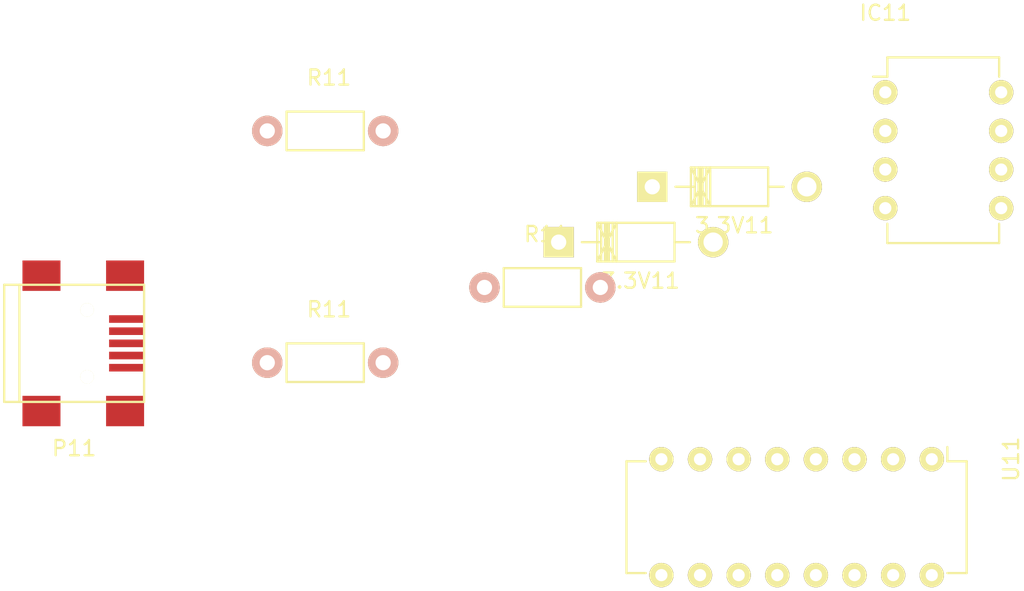
<source format=kicad_pcb>
(kicad_pcb (version 4) (host pcbnew 4.0.2-stable)

  (general
    (links 23)
    (no_connects 17)
    (area 0 0 0 0)
    (thickness 1.6)
    (drawings 0)
    (tracks 0)
    (zones 0)
    (modules 8)
    (nets 21)
  )

  (page A4)
  (layers
    (0 F.Cu signal)
    (31 B.Cu signal)
    (32 B.Adhes user)
    (33 F.Adhes user)
    (34 B.Paste user)
    (35 F.Paste user)
    (36 B.SilkS user)
    (37 F.SilkS user)
    (38 B.Mask user)
    (39 F.Mask user)
    (40 Dwgs.User user)
    (41 Cmts.User user)
    (42 Eco1.User user)
    (43 Eco2.User user)
    (44 Edge.Cuts user)
    (45 Margin user)
    (46 B.CrtYd user)
    (47 F.CrtYd user)
    (48 B.Fab user)
    (49 F.Fab user)
  )

  (setup
    (last_trace_width 0.25)
    (trace_clearance 0.2)
    (zone_clearance 0.508)
    (zone_45_only no)
    (trace_min 0.2)
    (segment_width 0.2)
    (edge_width 0.15)
    (via_size 0.6)
    (via_drill 0.4)
    (via_min_size 0.4)
    (via_min_drill 0.3)
    (uvia_size 0.3)
    (uvia_drill 0.1)
    (uvias_allowed no)
    (uvia_min_size 0.2)
    (uvia_min_drill 0.1)
    (pcb_text_width 0.3)
    (pcb_text_size 1.5 1.5)
    (mod_edge_width 0.15)
    (mod_text_size 1 1)
    (mod_text_width 0.15)
    (pad_size 1.524 1.524)
    (pad_drill 0.762)
    (pad_to_mask_clearance 0.2)
    (aux_axis_origin 0 0)
    (visible_elements FFFFFF7F)
    (pcbplotparams
      (layerselection 0x00030_80000001)
      (usegerberextensions false)
      (excludeedgelayer true)
      (linewidth 0.100000)
      (plotframeref false)
      (viasonmask false)
      (mode 1)
      (useauxorigin false)
      (hpglpennumber 1)
      (hpglpenspeed 20)
      (hpglpendiameter 15)
      (hpglpenoverlay 2)
      (psnegative false)
      (psa4output false)
      (plotreference true)
      (plotvalue true)
      (plotinvisibletext false)
      (padsonsilk false)
      (subtractmaskfromsilk false)
      (outputformat 1)
      (mirror false)
      (drillshape 1)
      (scaleselection 1)
      (outputdirectory ""))
  )

  (net 0 "")
  (net 1 GND)
  (net 2 "Net-(3.3V1-Pad1)")
  (net 3 "Net-(3.3V2-Pad1)")
  (net 4 D-)
  (net 5 D+)
  (net 6 "Net-(IC1-Pad3)")
  (net 7 "Net-(IC1-Pad5)")
  (net 8 "Net-(IC1-Pad6)")
  (net 9 /MULTIPLEXED_ANALOG_PIN)
  (net 10 VCC)
  (net 11 "Net-(P1-Pad4)")
  (net 12 "Net-(P1-Pad6)")
  (net 13 "Net-(U1-Pad1)")
  (net 14 "Net-(U1-Pad2)")
  (net 15 "Net-(U1-Pad4)")
  (net 16 "Net-(U1-Pad5)")
  (net 17 "Net-(U1-Pad12)")
  (net 18 "Net-(U1-Pad13)")
  (net 19 "Net-(U1-Pad14)")
  (net 20 "Net-(U1-Pad15)")

  (net_class Default "This is the default net class."
    (clearance 0.2)
    (trace_width 0.25)
    (via_dia 0.6)
    (via_drill 0.4)
    (uvia_dia 0.3)
    (uvia_drill 0.1)
    (add_net /MULTIPLEXED_ANALOG_PIN)
    (add_net D+)
    (add_net D-)
    (add_net GND)
    (add_net "Net-(3.3V1-Pad1)")
    (add_net "Net-(3.3V2-Pad1)")
    (add_net "Net-(IC1-Pad3)")
    (add_net "Net-(IC1-Pad5)")
    (add_net "Net-(IC1-Pad6)")
    (add_net "Net-(P1-Pad4)")
    (add_net "Net-(P1-Pad6)")
    (add_net "Net-(U1-Pad1)")
    (add_net "Net-(U1-Pad12)")
    (add_net "Net-(U1-Pad13)")
    (add_net "Net-(U1-Pad14)")
    (add_net "Net-(U1-Pad15)")
    (add_net "Net-(U1-Pad2)")
    (add_net "Net-(U1-Pad4)")
    (add_net "Net-(U1-Pad5)")
    (add_net VCC)
  )

  (module Diodes_ThroughHole:Diode_DO-41_SOD81_Horizontal_RM10 (layer F.Cu) (tedit 552FFCCE) (tstamp 56F43226)
    (at 144.890248 101.297716)
    (descr "Diode, DO-41, SOD81, Horizontal, RM 10mm,")
    (tags "Diode, DO-41, SOD81, Horizontal, RM 10mm, 1N4007, SB140,")
    (path /56F41A77)
    (fp_text reference 3.3V11 (at 5.38734 2.53746) (layer F.SilkS)
      (effects (font (size 1 1) (thickness 0.15)))
    )
    (fp_text value ZENERsmall (at 4.37134 -3.55854) (layer F.Fab)
      (effects (font (size 1 1) (thickness 0.15)))
    )
    (fp_line (start 7.62 -0.00254) (end 8.636 -0.00254) (layer F.SilkS) (width 0.15))
    (fp_line (start 2.794 -0.00254) (end 1.524 -0.00254) (layer F.SilkS) (width 0.15))
    (fp_line (start 3.048 -1.27254) (end 3.048 1.26746) (layer F.SilkS) (width 0.15))
    (fp_line (start 3.302 -1.27254) (end 3.302 1.26746) (layer F.SilkS) (width 0.15))
    (fp_line (start 3.556 -1.27254) (end 3.556 1.26746) (layer F.SilkS) (width 0.15))
    (fp_line (start 2.794 -1.27254) (end 2.794 1.26746) (layer F.SilkS) (width 0.15))
    (fp_line (start 3.81 -1.27254) (end 2.54 1.26746) (layer F.SilkS) (width 0.15))
    (fp_line (start 2.54 -1.27254) (end 3.81 1.26746) (layer F.SilkS) (width 0.15))
    (fp_line (start 3.81 -1.27254) (end 3.81 1.26746) (layer F.SilkS) (width 0.15))
    (fp_line (start 3.175 -1.27254) (end 3.175 1.26746) (layer F.SilkS) (width 0.15))
    (fp_line (start 2.54 1.26746) (end 2.54 -1.27254) (layer F.SilkS) (width 0.15))
    (fp_line (start 2.54 -1.27254) (end 7.62 -1.27254) (layer F.SilkS) (width 0.15))
    (fp_line (start 7.62 -1.27254) (end 7.62 1.26746) (layer F.SilkS) (width 0.15))
    (fp_line (start 7.62 1.26746) (end 2.54 1.26746) (layer F.SilkS) (width 0.15))
    (pad 2 thru_hole circle (at 10.16 -0.00254 180) (size 1.99898 1.99898) (drill 1.27) (layers *.Cu *.Mask F.SilkS)
      (net 1 GND))
    (pad 1 thru_hole rect (at 0 -0.00254 180) (size 1.99898 1.99898) (drill 1.00076) (layers *.Cu *.Mask F.SilkS)
      (net 2 "Net-(3.3V1-Pad1)"))
  )

  (module Diodes_ThroughHole:Diode_DO-41_SOD81_Horizontal_RM10 (layer F.Cu) (tedit 552FFCCE) (tstamp 56F4323A)
    (at 151.0481 97.656628)
    (descr "Diode, DO-41, SOD81, Horizontal, RM 10mm,")
    (tags "Diode, DO-41, SOD81, Horizontal, RM 10mm, 1N4007, SB140,")
    (path /56F419BD)
    (fp_text reference 3.3V11 (at 5.38734 2.53746) (layer F.SilkS)
      (effects (font (size 1 1) (thickness 0.15)))
    )
    (fp_text value ZENERsmall (at 4.37134 -3.55854) (layer F.Fab)
      (effects (font (size 1 1) (thickness 0.15)))
    )
    (fp_line (start 7.62 -0.00254) (end 8.636 -0.00254) (layer F.SilkS) (width 0.15))
    (fp_line (start 2.794 -0.00254) (end 1.524 -0.00254) (layer F.SilkS) (width 0.15))
    (fp_line (start 3.048 -1.27254) (end 3.048 1.26746) (layer F.SilkS) (width 0.15))
    (fp_line (start 3.302 -1.27254) (end 3.302 1.26746) (layer F.SilkS) (width 0.15))
    (fp_line (start 3.556 -1.27254) (end 3.556 1.26746) (layer F.SilkS) (width 0.15))
    (fp_line (start 2.794 -1.27254) (end 2.794 1.26746) (layer F.SilkS) (width 0.15))
    (fp_line (start 3.81 -1.27254) (end 2.54 1.26746) (layer F.SilkS) (width 0.15))
    (fp_line (start 2.54 -1.27254) (end 3.81 1.26746) (layer F.SilkS) (width 0.15))
    (fp_line (start 3.81 -1.27254) (end 3.81 1.26746) (layer F.SilkS) (width 0.15))
    (fp_line (start 3.175 -1.27254) (end 3.175 1.26746) (layer F.SilkS) (width 0.15))
    (fp_line (start 2.54 1.26746) (end 2.54 -1.27254) (layer F.SilkS) (width 0.15))
    (fp_line (start 2.54 -1.27254) (end 7.62 -1.27254) (layer F.SilkS) (width 0.15))
    (fp_line (start 7.62 -1.27254) (end 7.62 1.26746) (layer F.SilkS) (width 0.15))
    (fp_line (start 7.62 1.26746) (end 2.54 1.26746) (layer F.SilkS) (width 0.15))
    (pad 2 thru_hole circle (at 10.16 -0.00254 180) (size 1.99898 1.99898) (drill 1.27) (layers *.Cu *.Mask F.SilkS)
      (net 1 GND))
    (pad 1 thru_hole rect (at 0 -0.00254 180) (size 1.99898 1.99898) (drill 1.00076) (layers *.Cu *.Mask F.SilkS)
      (net 3 "Net-(3.3V2-Pad1)"))
  )

  (module Housings_DIP:DIP-8_W7.62mm (layer F.Cu) (tedit 54130A77) (tstamp 56F43251)
    (at 166.369994 91.44)
    (descr "8-lead dip package, row spacing 7.62 mm (300 mils)")
    (tags "dil dip 2.54 300")
    (path /56F412F2)
    (fp_text reference IC11 (at 0 -5.22) (layer F.SilkS)
      (effects (font (size 1 1) (thickness 0.15)))
    )
    (fp_text value ATTINY85-P (at 0 -3.72) (layer F.Fab)
      (effects (font (size 1 1) (thickness 0.15)))
    )
    (fp_line (start -1.05 -2.45) (end -1.05 10.1) (layer F.CrtYd) (width 0.05))
    (fp_line (start 8.65 -2.45) (end 8.65 10.1) (layer F.CrtYd) (width 0.05))
    (fp_line (start -1.05 -2.45) (end 8.65 -2.45) (layer F.CrtYd) (width 0.05))
    (fp_line (start -1.05 10.1) (end 8.65 10.1) (layer F.CrtYd) (width 0.05))
    (fp_line (start 0.135 -2.295) (end 0.135 -1.025) (layer F.SilkS) (width 0.15))
    (fp_line (start 7.485 -2.295) (end 7.485 -1.025) (layer F.SilkS) (width 0.15))
    (fp_line (start 7.485 9.915) (end 7.485 8.645) (layer F.SilkS) (width 0.15))
    (fp_line (start 0.135 9.915) (end 0.135 8.645) (layer F.SilkS) (width 0.15))
    (fp_line (start 0.135 -2.295) (end 7.485 -2.295) (layer F.SilkS) (width 0.15))
    (fp_line (start 0.135 9.915) (end 7.485 9.915) (layer F.SilkS) (width 0.15))
    (fp_line (start 0.135 -1.025) (end -0.8 -1.025) (layer F.SilkS) (width 0.15))
    (pad 1 thru_hole oval (at 0 0) (size 1.6 1.6) (drill 0.8) (layers *.Cu *.Mask F.SilkS)
      (net 4 D-))
    (pad 2 thru_hole oval (at 0 2.54) (size 1.6 1.6) (drill 0.8) (layers *.Cu *.Mask F.SilkS)
      (net 5 D+))
    (pad 3 thru_hole oval (at 0 5.08) (size 1.6 1.6) (drill 0.8) (layers *.Cu *.Mask F.SilkS)
      (net 6 "Net-(IC1-Pad3)"))
    (pad 4 thru_hole oval (at 0 7.62) (size 1.6 1.6) (drill 0.8) (layers *.Cu *.Mask F.SilkS)
      (net 1 GND))
    (pad 5 thru_hole oval (at 7.62 7.62) (size 1.6 1.6) (drill 0.8) (layers *.Cu *.Mask F.SilkS)
      (net 7 "Net-(IC1-Pad5)"))
    (pad 6 thru_hole oval (at 7.62 5.08) (size 1.6 1.6) (drill 0.8) (layers *.Cu *.Mask F.SilkS)
      (net 8 "Net-(IC1-Pad6)"))
    (pad 7 thru_hole oval (at 7.62 2.54) (size 1.6 1.6) (drill 0.8) (layers *.Cu *.Mask F.SilkS)
      (net 9 /MULTIPLEXED_ANALOG_PIN))
    (pad 8 thru_hole oval (at 7.62 0) (size 1.6 1.6) (drill 0.8) (layers *.Cu *.Mask F.SilkS)
      (net 10 VCC))
    (model Housings_DIP.3dshapes/DIP-8_W7.62mm.wrl
      (at (xyz 0 0 0))
      (scale (xyz 1 1 1))
      (rotate (xyz 0 0 0))
    )
  )

  (module Connect:USB_Mini-B (layer F.Cu) (tedit 5543E571) (tstamp 56F43269)
    (at 113.03 107.95)
    (descr "USB Mini-B 5-pin SMD connector")
    (tags "USB USB_B USB_Mini connector")
    (path /56F44F0E)
    (attr smd)
    (fp_text reference P11 (at 0 6.90118) (layer F.SilkS)
      (effects (font (size 1 1) (thickness 0.15)))
    )
    (fp_text value USB_OTG (at 0 -7.0993) (layer F.Fab)
      (effects (font (size 1 1) (thickness 0.15)))
    )
    (fp_line (start -4.85 -5.7) (end 4.85 -5.7) (layer F.CrtYd) (width 0.05))
    (fp_line (start 4.85 -5.7) (end 4.85 5.7) (layer F.CrtYd) (width 0.05))
    (fp_line (start 4.85 5.7) (end -4.85 5.7) (layer F.CrtYd) (width 0.05))
    (fp_line (start -4.85 5.7) (end -4.85 -5.7) (layer F.CrtYd) (width 0.05))
    (fp_line (start -3.59918 -3.85064) (end -3.59918 3.85064) (layer F.SilkS) (width 0.15))
    (fp_line (start -4.59994 -3.85064) (end -4.59994 3.85064) (layer F.SilkS) (width 0.15))
    (fp_line (start -4.59994 3.85064) (end 4.59994 3.85064) (layer F.SilkS) (width 0.15))
    (fp_line (start 4.59994 3.85064) (end 4.59994 -3.85064) (layer F.SilkS) (width 0.15))
    (fp_line (start 4.59994 -3.85064) (end -4.59994 -3.85064) (layer F.SilkS) (width 0.15))
    (pad 1 smd rect (at 3.44932 -1.6002) (size 2.30124 0.50038) (layers F.Cu F.Paste F.Mask)
      (net 10 VCC))
    (pad 2 smd rect (at 3.44932 -0.8001) (size 2.30124 0.50038) (layers F.Cu F.Paste F.Mask)
      (net 2 "Net-(3.3V1-Pad1)"))
    (pad 3 smd rect (at 3.44932 0) (size 2.30124 0.50038) (layers F.Cu F.Paste F.Mask)
      (net 3 "Net-(3.3V2-Pad1)"))
    (pad 4 smd rect (at 3.44932 0.8001) (size 2.30124 0.50038) (layers F.Cu F.Paste F.Mask)
      (net 11 "Net-(P1-Pad4)"))
    (pad 5 smd rect (at 3.44932 1.6002) (size 2.30124 0.50038) (layers F.Cu F.Paste F.Mask)
      (net 1 GND))
    (pad 6 smd rect (at 3.35026 -4.45008) (size 2.49936 1.99898) (layers F.Cu F.Paste F.Mask)
      (net 12 "Net-(P1-Pad6)"))
    (pad 6 smd rect (at -2.14884 -4.45008) (size 2.49936 1.99898) (layers F.Cu F.Paste F.Mask)
      (net 12 "Net-(P1-Pad6)"))
    (pad 6 smd rect (at 3.35026 4.45008) (size 2.49936 1.99898) (layers F.Cu F.Paste F.Mask)
      (net 12 "Net-(P1-Pad6)"))
    (pad 6 smd rect (at -2.14884 4.45008) (size 2.49936 1.99898) (layers F.Cu F.Paste F.Mask)
      (net 12 "Net-(P1-Pad6)"))
    (pad "" np_thru_hole circle (at 0.8509 -2.19964) (size 0.89916 0.89916) (drill 0.89916) (layers *.Cu *.Mask F.SilkS))
    (pad "" np_thru_hole circle (at 0.8509 2.19964) (size 0.89916 0.89916) (drill 0.89916) (layers *.Cu *.Mask F.SilkS))
  )

  (module Resistors_ThroughHole:Resistor_Horizontal_RM7mm (layer F.Cu) (tedit 569FCF07) (tstamp 56F43277)
    (at 125.73 109.22)
    (descr "Resistor, Axial,  RM 7.62mm, 1/3W,")
    (tags "Resistor Axial RM 7.62mm 1/3W R3")
    (path /56F418D0)
    (fp_text reference R11 (at 4.05892 -3.50012) (layer F.SilkS)
      (effects (font (size 1 1) (thickness 0.15)))
    )
    (fp_text value R1K5 (at 3.81 3.81 90) (layer F.Fab)
      (effects (font (size 1 1) (thickness 0.15)))
    )
    (fp_line (start -1.25 -1.5) (end 8.85 -1.5) (layer F.CrtYd) (width 0.05))
    (fp_line (start -1.25 1.5) (end -1.25 -1.5) (layer F.CrtYd) (width 0.05))
    (fp_line (start 8.85 -1.5) (end 8.85 1.5) (layer F.CrtYd) (width 0.05))
    (fp_line (start -1.25 1.5) (end 8.85 1.5) (layer F.CrtYd) (width 0.05))
    (fp_line (start 1.27 -1.27) (end 6.35 -1.27) (layer F.SilkS) (width 0.15))
    (fp_line (start 6.35 -1.27) (end 6.35 1.27) (layer F.SilkS) (width 0.15))
    (fp_line (start 6.35 1.27) (end 1.27 1.27) (layer F.SilkS) (width 0.15))
    (fp_line (start 1.27 1.27) (end 1.27 -1.27) (layer F.SilkS) (width 0.15))
    (pad 1 thru_hole circle (at 0 0) (size 1.99898 1.99898) (drill 1.00076) (layers *.Cu *.SilkS *.Mask)
      (net 2 "Net-(3.3V1-Pad1)"))
    (pad 2 thru_hole circle (at 7.62 0) (size 1.99898 1.99898) (drill 1.00076) (layers *.Cu *.SilkS *.Mask)
      (net 10 VCC))
  )

  (module Resistors_ThroughHole:Resistor_Horizontal_RM7mm (layer F.Cu) (tedit 569FCF07) (tstamp 56F43285)
    (at 140.012396 104.273324)
    (descr "Resistor, Axial,  RM 7.62mm, 1/3W,")
    (tags "Resistor Axial RM 7.62mm 1/3W R3")
    (path /56F41860)
    (fp_text reference R11 (at 4.05892 -3.50012) (layer F.SilkS)
      (effects (font (size 1 1) (thickness 0.15)))
    )
    (fp_text value R68 (at 3.81 3.81) (layer F.Fab)
      (effects (font (size 1 1) (thickness 0.15)))
    )
    (fp_line (start -1.25 -1.5) (end 8.85 -1.5) (layer F.CrtYd) (width 0.05))
    (fp_line (start -1.25 1.5) (end -1.25 -1.5) (layer F.CrtYd) (width 0.05))
    (fp_line (start 8.85 -1.5) (end 8.85 1.5) (layer F.CrtYd) (width 0.05))
    (fp_line (start -1.25 1.5) (end 8.85 1.5) (layer F.CrtYd) (width 0.05))
    (fp_line (start 1.27 -1.27) (end 6.35 -1.27) (layer F.SilkS) (width 0.15))
    (fp_line (start 6.35 -1.27) (end 6.35 1.27) (layer F.SilkS) (width 0.15))
    (fp_line (start 6.35 1.27) (end 1.27 1.27) (layer F.SilkS) (width 0.15))
    (fp_line (start 1.27 1.27) (end 1.27 -1.27) (layer F.SilkS) (width 0.15))
    (pad 1 thru_hole circle (at 0 0) (size 1.99898 1.99898) (drill 1.00076) (layers *.Cu *.SilkS *.Mask)
      (net 2 "Net-(3.3V1-Pad1)"))
    (pad 2 thru_hole circle (at 7.62 0) (size 1.99898 1.99898) (drill 1.00076) (layers *.Cu *.SilkS *.Mask)
      (net 4 D-))
  )

  (module Resistors_ThroughHole:Resistor_Horizontal_RM7mm (layer F.Cu) (tedit 569FCF07) (tstamp 56F43293)
    (at 125.73 93.98)
    (descr "Resistor, Axial,  RM 7.62mm, 1/3W,")
    (tags "Resistor Axial RM 7.62mm 1/3W R3")
    (path /56F418AB)
    (fp_text reference R11 (at 4.05892 -3.50012) (layer F.SilkS)
      (effects (font (size 1 1) (thickness 0.15)))
    )
    (fp_text value R68 (at 3.81 3.81) (layer F.Fab)
      (effects (font (size 1 1) (thickness 0.15)))
    )
    (fp_line (start -1.25 -1.5) (end 8.85 -1.5) (layer F.CrtYd) (width 0.05))
    (fp_line (start -1.25 1.5) (end -1.25 -1.5) (layer F.CrtYd) (width 0.05))
    (fp_line (start 8.85 -1.5) (end 8.85 1.5) (layer F.CrtYd) (width 0.05))
    (fp_line (start -1.25 1.5) (end 8.85 1.5) (layer F.CrtYd) (width 0.05))
    (fp_line (start 1.27 -1.27) (end 6.35 -1.27) (layer F.SilkS) (width 0.15))
    (fp_line (start 6.35 -1.27) (end 6.35 1.27) (layer F.SilkS) (width 0.15))
    (fp_line (start 6.35 1.27) (end 1.27 1.27) (layer F.SilkS) (width 0.15))
    (fp_line (start 1.27 1.27) (end 1.27 -1.27) (layer F.SilkS) (width 0.15))
    (pad 1 thru_hole circle (at 0 0) (size 1.99898 1.99898) (drill 1.00076) (layers *.Cu *.SilkS *.Mask)
      (net 3 "Net-(3.3V2-Pad1)"))
    (pad 2 thru_hole circle (at 7.62 0) (size 1.99898 1.99898) (drill 1.00076) (layers *.Cu *.SilkS *.Mask)
      (net 5 D+))
  )

  (module Housings_DIP:DIP-16_W7.62mm (layer F.Cu) (tedit 54130A77) (tstamp 56F432B2)
    (at 169.425953 115.569997 270)
    (descr "16-lead dip package, row spacing 7.62 mm (300 mils)")
    (tags "dil dip 2.54 300")
    (path /56F4169A)
    (fp_text reference U11 (at 0 -5.22 270) (layer F.SilkS)
      (effects (font (size 1 1) (thickness 0.15)))
    )
    (fp_text value 4051 (at 0 -3.72 270) (layer F.Fab)
      (effects (font (size 1 1) (thickness 0.15)))
    )
    (fp_line (start -1.05 -2.45) (end -1.05 20.25) (layer F.CrtYd) (width 0.05))
    (fp_line (start 8.65 -2.45) (end 8.65 20.25) (layer F.CrtYd) (width 0.05))
    (fp_line (start -1.05 -2.45) (end 8.65 -2.45) (layer F.CrtYd) (width 0.05))
    (fp_line (start -1.05 20.25) (end 8.65 20.25) (layer F.CrtYd) (width 0.05))
    (fp_line (start 0.135 -2.295) (end 0.135 -1.025) (layer F.SilkS) (width 0.15))
    (fp_line (start 7.485 -2.295) (end 7.485 -1.025) (layer F.SilkS) (width 0.15))
    (fp_line (start 7.485 20.075) (end 7.485 18.805) (layer F.SilkS) (width 0.15))
    (fp_line (start 0.135 20.075) (end 0.135 18.805) (layer F.SilkS) (width 0.15))
    (fp_line (start 0.135 -2.295) (end 7.485 -2.295) (layer F.SilkS) (width 0.15))
    (fp_line (start 0.135 20.075) (end 7.485 20.075) (layer F.SilkS) (width 0.15))
    (fp_line (start 0.135 -1.025) (end -0.8 -1.025) (layer F.SilkS) (width 0.15))
    (pad 1 thru_hole oval (at 0 0 270) (size 1.6 1.6) (drill 0.8) (layers *.Cu *.Mask F.SilkS)
      (net 13 "Net-(U1-Pad1)"))
    (pad 2 thru_hole oval (at 0 2.54 270) (size 1.6 1.6) (drill 0.8) (layers *.Cu *.Mask F.SilkS)
      (net 14 "Net-(U1-Pad2)"))
    (pad 3 thru_hole oval (at 0 5.08 270) (size 1.6 1.6) (drill 0.8) (layers *.Cu *.Mask F.SilkS)
      (net 9 /MULTIPLEXED_ANALOG_PIN))
    (pad 4 thru_hole oval (at 0 7.62 270) (size 1.6 1.6) (drill 0.8) (layers *.Cu *.Mask F.SilkS)
      (net 15 "Net-(U1-Pad4)"))
    (pad 5 thru_hole oval (at 0 10.16 270) (size 1.6 1.6) (drill 0.8) (layers *.Cu *.Mask F.SilkS)
      (net 16 "Net-(U1-Pad5)"))
    (pad 6 thru_hole oval (at 0 12.7 270) (size 1.6 1.6) (drill 0.8) (layers *.Cu *.Mask F.SilkS)
      (net 1 GND))
    (pad 7 thru_hole oval (at 0 15.24 270) (size 1.6 1.6) (drill 0.8) (layers *.Cu *.Mask F.SilkS)
      (net 1 GND))
    (pad 8 thru_hole oval (at 0 17.78 270) (size 1.6 1.6) (drill 0.8) (layers *.Cu *.Mask F.SilkS)
      (net 1 GND))
    (pad 9 thru_hole oval (at 7.62 17.78 270) (size 1.6 1.6) (drill 0.8) (layers *.Cu *.Mask F.SilkS)
      (net 6 "Net-(IC1-Pad3)"))
    (pad 10 thru_hole oval (at 7.62 15.24 270) (size 1.6 1.6) (drill 0.8) (layers *.Cu *.Mask F.SilkS)
      (net 7 "Net-(IC1-Pad5)"))
    (pad 11 thru_hole oval (at 7.62 12.7 270) (size 1.6 1.6) (drill 0.8) (layers *.Cu *.Mask F.SilkS)
      (net 8 "Net-(IC1-Pad6)"))
    (pad 12 thru_hole oval (at 7.62 10.16 270) (size 1.6 1.6) (drill 0.8) (layers *.Cu *.Mask F.SilkS)
      (net 17 "Net-(U1-Pad12)"))
    (pad 13 thru_hole oval (at 7.62 7.62 270) (size 1.6 1.6) (drill 0.8) (layers *.Cu *.Mask F.SilkS)
      (net 18 "Net-(U1-Pad13)"))
    (pad 14 thru_hole oval (at 7.62 5.08 270) (size 1.6 1.6) (drill 0.8) (layers *.Cu *.Mask F.SilkS)
      (net 19 "Net-(U1-Pad14)"))
    (pad 15 thru_hole oval (at 7.62 2.54 270) (size 1.6 1.6) (drill 0.8) (layers *.Cu *.Mask F.SilkS)
      (net 20 "Net-(U1-Pad15)"))
    (pad 16 thru_hole oval (at 7.62 0 270) (size 1.6 1.6) (drill 0.8) (layers *.Cu *.Mask F.SilkS)
      (net 10 VCC))
    (model Housings_DIP.3dshapes/DIP-16_W7.62mm.wrl
      (at (xyz 0 0 0))
      (scale (xyz 1 1 1))
      (rotate (xyz 0 0 0))
    )
  )

)

</source>
